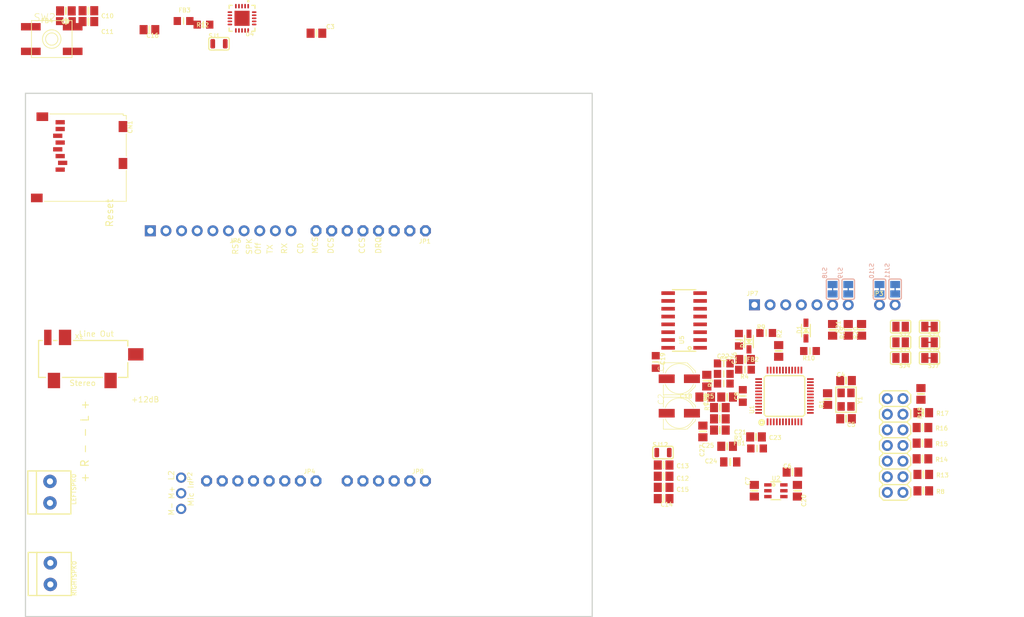
<source format=kicad_pcb>
(kicad_pcb (version 20211014) (generator pcbnew)

  (general
    (thickness 1.6)
  )

  (paper "A4")
  (layers
    (0 "F.Cu" signal)
    (31 "B.Cu" signal)
    (32 "B.Adhes" user "B.Adhesive")
    (33 "F.Adhes" user "F.Adhesive")
    (34 "B.Paste" user)
    (35 "F.Paste" user)
    (36 "B.SilkS" user "B.Silkscreen")
    (37 "F.SilkS" user "F.Silkscreen")
    (38 "B.Mask" user)
    (39 "F.Mask" user)
    (40 "Dwgs.User" user "User.Drawings")
    (41 "Cmts.User" user "User.Comments")
    (42 "Eco1.User" user "User.Eco1")
    (43 "Eco2.User" user "User.Eco2")
    (44 "Edge.Cuts" user)
    (45 "Margin" user)
    (46 "B.CrtYd" user "B.Courtyard")
    (47 "F.CrtYd" user "F.Courtyard")
    (48 "B.Fab" user)
    (49 "F.Fab" user)
    (50 "User.1" user)
    (51 "User.2" user)
    (52 "User.3" user)
    (53 "User.4" user)
    (54 "User.5" user)
    (55 "User.6" user)
    (56 "User.7" user)
    (57 "User.8" user)
    (58 "User.9" user)
  )

  (setup
    (pad_to_mask_clearance 0)
    (pcbplotparams
      (layerselection 0x00010fc_ffffffff)
      (disableapertmacros false)
      (usegerberextensions false)
      (usegerberattributes true)
      (usegerberadvancedattributes true)
      (creategerberjobfile true)
      (svguseinch false)
      (svgprecision 6)
      (excludeedgelayer true)
      (plotframeref false)
      (viasonmask false)
      (mode 1)
      (useauxorigin false)
      (hpglpennumber 1)
      (hpglpenspeed 20)
      (hpglpendiameter 15.000000)
      (dxfpolygonmode true)
      (dxfimperialunits true)
      (dxfusepcbnewfont true)
      (psnegative false)
      (psa4output false)
      (plotreference true)
      (plotvalue true)
      (plotinvisibletext false)
      (sketchpadsonfab false)
      (subtractmaskfromsilk false)
      (outputformat 1)
      (mirror false)
      (drillshape 1)
      (scaleselection 1)
      (outputdirectory "")
    )
  )

  (net 0 "")
  (net 1 "1.8V")
  (net 2 "3.3V")
  (net 3 "GND")
  (net 4 "AVDD")
  (net 5 "AGND")
  (net 6 "N$1")
  (net 7 "N$2")
  (net 8 "GPIO5")
  (net 9 "GPIO0")
  (net 10 "GPIO1")
  (net 11 "GPIO4")
  (net 12 "GPIO2")
  (net 13 "GPIO3")
  (net 14 "GPIO6")
  (net 15 "GPIO7")
  (net 16 "MISO")
  (net 17 "MOSI_3V")
  (net 18 "SCLK_3V")
  (net 19 "TX")
  (net 20 "RX")
  (net 21 "CS_3V")
  (net 22 "MICP")
  (net 23 "MICN")
  (net 24 "RST_3V")
  (net 25 "DREQ")
  (net 26 "SDCS_3V")
  (net 27 "CLKOUT")
  (net 28 "LEFT")
  (net 29 "RIGHT")
  (net 30 "N$5")
  (net 31 "N$6")
  (net 32 "RIGHT_FILTERED")
  (net 33 "LEFT_FILTERED")
  (net 34 "MOSI_5V")
  (net 35 "CS_5V")
  (net 36 "SDCS_5V")
  (net 37 "XDCS_3V")
  (net 38 "XDCS_5V")
  (net 39 "RST_5V")
  (net 40 "SCLK_5V")
  (net 41 "SD_DETECT")
  (net 42 "RX_5V")
  (net 43 "R_LINEOUT")
  (net 44 "L_LINEOUT")
  (net 45 "LINE2")
  (net 46 "N$13")
  (net 47 "N$17")
  (net 48 "~{RESET}")
  (net 49 "N$19")
  (net 50 "N$20")
  (net 51 "N$3")
  (net 52 "N$4")
  (net 53 "N$7")
  (net 54 "N$25")
  (net 55 "N$28")
  (net 56 "N$29")
  (net 57 "N$30")
  (net 58 "N$36")
  (net 59 "N$37")
  (net 60 "N$38")
  (net 61 "N$39")
  (net 62 "N$40")
  (net 63 "N$41")
  (net 64 "+5V")
  (net 65 "GAIN0")
  (net 66 "SHUTDOWN")
  (net 67 "OUT-L-N")
  (net 68 "OUT-L-P")
  (net 69 "OUT-R-N")
  (net 70 "OUT-R-P")
  (net 71 "N$8")
  (net 72 "N$9")
  (net 73 "N$10")
  (net 74 "N$11")
  (net 75 "N$14")
  (net 76 "N$12")
  (net 77 "N$15")
  (net 78 "N$16")
  (net 79 "N$21")
  (net 80 "D13")
  (net 81 "D11")
  (net 82 "D12")
  (net 83 "D10")
  (net 84 "D9")
  (net 85 "D8")
  (net 86 "N$18")
  (net 87 "N$22")
  (net 88 "N$23")
  (net 89 "N$24")
  (net 90 "N$26")
  (net 91 "N$27")
  (net 92 "N$31")
  (net 93 "GBUF")

  (footprint "Qplayer unplaced unrouted original size:0805-NO" (layer "F.Cu") (at 159.996 52.580895 180))

  (footprint "Qplayer unplaced unrouted original size:1X07_ROUND_70" (layer "F.Cu") (at 238.794 96.716))

  (footprint "Qplayer unplaced unrouted original size:0805_10MGAP" (layer "F.Cu") (at 227.237 122.243 180))

  (footprint "Qplayer unplaced unrouted original size:0805-NO" (layer "F.Cu") (at 246.414 100.78 90))

  (footprint "Qplayer unplaced unrouted original size:PANASONIC_C" (layer "F.Cu") (at 218.965 114.326))

  (footprint "Qplayer unplaced unrouted original size:_0805MP" (layer "F.Cu") (at 215.134 105.994 -90))

  (footprint "Qplayer unplaced unrouted original size:0805-NO" (layer "F.Cu") (at 248.573 100.78 90))

  (footprint "Qplayer unplaced unrouted original size:0805-NO" (layer "F.Cu") (at 238.154 126.926 90))

  (footprint "Qplayer unplaced unrouted original size:0805-NO" (layer "F.Cu") (at 246.054 115.226 180))

  (footprint "Qplayer unplaced unrouted original size:0805-NO" (layer "F.Cu") (at 231.428 118.179))

  (footprint "Qplayer unplaced unrouted original size:1X03-CLEANBIG" (layer "F.Cu") (at 138.0111 127.3336 90))

  (footprint "Qplayer unplaced unrouted original size:SOIC16" (layer "F.Cu") (at 219.744 99.256 90))

  (footprint "Qplayer unplaced unrouted original size:SOLDERJUMPER_REFLOW_NOPASTE" (layer "F.Cu") (at 254.923 102.812 180))

  (footprint "Qplayer unplaced unrouted original size:_0805MP" (layer "F.Cu") (at 229.635 107.253 180))

  (footprint "Qplayer unplaced unrouted original size:0805-NO" (layer "F.Cu") (at 258.606 114.242))

  (footprint "Qplayer unplaced unrouted original size:_0805MP" (layer "F.Cu") (at 231.597 120.053))

  (footprint "Qplayer unplaced unrouted original size:0805-NO" (layer "F.Cu") (at 243.054 112.026 90))

  (footprint "Qplayer unplaced unrouted original size:0805-NO" (layer "F.Cu") (at 237.354 123.888))

  (footprint "Qplayer unplaced unrouted original size:WQFN20" (layer "F.Cu") (at 147.907 50.157895 180))

  (footprint "Qplayer unplaced unrouted original size:_0805MP" (layer "F.Cu") (at 141.638 51.187895 180))

  (footprint "Qplayer unplaced unrouted original size:0805-NO" (layer "F.Cu") (at 216.414 124.577 180))

  (footprint "Qplayer unplaced unrouted original size:0805-NO" (layer "F.Cu") (at 225.554 115.242 180))

  (footprint "Qplayer unplaced unrouted original size:SOD-323" (layer "F.Cu") (at 239.543 100.899 -90))

  (footprint "Qplayer unplaced unrouted original size:SOLDERJUMPER_ARROW_NOPASTE" (layer "F.Cu") (at 144.164 54.289895))

  (footprint "Qplayer unplaced unrouted original size:0805-NO" (layer "F.Cu") (at 258.606 126.942))

  (footprint "Qplayer unplaced unrouted original size:TERMBLOCK_1X2-3.5MM" (layer "F.Cu") (at 116.697 127.107 -90))

  (footprint "Qplayer unplaced unrouted original size:0805-NO" (layer "F.Cu") (at 122.941 50.682895))

  (footprint "Qplayer unplaced unrouted original size:SOD-323" (layer "F.Cu") (at 230.285 102.685 90))

  (footprint "Qplayer unplaced unrouted original size:0805-NO" (layer "F.Cu") (at 231.154 126.926 -90))

  (footprint "Qplayer unplaced unrouted original size:LQFP48" (layer "F.Cu") (at 236.054 111.526 90))

  (footprint "Qplayer unplaced unrouted original size:SOLDERJUMPER_CLOSEDWIRE" (layer "F.Cu") (at 259.622 102.812 180))

  (footprint "Qplayer unplaced unrouted original size:SOLDERJUMPER_REFLOW_NOPASTE" (layer "F.Cu") (at 254.923 105.352 180))

  (footprint "Qplayer unplaced unrouted original size:SOLDERJUMPER_CLOSEDWIRE" (layer "F.Cu") (at 259.622 105.352 180))

  (footprint "Qplayer unplaced unrouted original size:0805-NO" (layer "F.Cu") (at 258.606 124.275))

  (footprint "Qplayer unplaced unrouted original size:SOLDERJUMPER_REFLOW_NOPASTE" (layer "F.Cu") (at 254.923 100.272 180))

  (footprint "Qplayer unplaced unrouted original size:_0805MP" (layer "F.Cu") (at 226.189 109.51))

  (footprint "Qplayer unplaced unrouted original size:0805-NO" (layer "F.Cu") (at 132.861 52.003895 180))

  (footprint "Qplayer unplaced unrouted original size:0805-NO" (layer "F.Cu") (at 258.479 116.655))

  (footprint "Qplayer unplaced unrouted original size:0805-NO" (layer "F.Cu") (at 258.479 121.735))

  (footprint "Qplayer unplaced unrouted original size:CRYSTAL_3.2X2.5" (layer "F.Cu") (at 246.054 112.126 90))

  (footprint "Qplayer unplaced unrouted original size:SOT23-6" (layer "F.Cu") (at 234.654 126.926 -90))

  (footprint "Qplayer unplaced unrouted original size:_0805MP" (layer "F.Cu") (at 228.647 102.389 -90))

  (footprint "Qplayer unplaced unrouted original size:0805-NO" (layer "F.Cu") (at 122.941 48.926895 180))

  (footprint "Qplayer unplaced unrouted original size:_0805MP" (layer "F.Cu") (at 226.189 106.237))

  (footprint "Qplayer unplaced unrouted original size:0805-NO" (layer "F.Cu") (at 119.286 48.950895))

  (footprint "Qplayer unplaced unrouted original size:0805-NO" (layer "F.Cu") (at 223.173 111.702 180))

  (footprint "Qplayer unplaced unrouted original size:4UCONN_19269" (layer "F.Cu") (at 114.8461 105.5116))

  (footprint "Qplayer unplaced unrouted original size:0805-NO" (layer "F.Cu") (at 225.554 113.415))

  (footprint "Qplayer unplaced unrouted original size:0805-NO" (layer "F.Cu") (at 226.729 119.703 180))

  (footprint "Qplayer unplaced unrouted original size:EVQ-Q2" (layer "F.Cu") (at 116.986 53.527895))

  (footprint "Qplayer unplaced unrouted original size:0805-NO" (layer "F.Cu") (at 216.414 128.204 180))

  (footprint "Qplayer unplaced unrouted original size:_0805MP" (layer "F.Cu") (at 233.079 101.288))

  (footprint "Qplayer unplaced unrouted original size:1X10_ROUND70" (layer "F.Cu") (at 144.4371 84.6836))

  (footprint "Qplayer unplaced unrouted original size:0805-NO" (layer "F.Cu") (at 235.111 104.209 90))

  (footprint "Qplayer unplaced unrouted original size:_0805MP" (layer "F.Cu") (at 240.199 104.218))

  (footprint "Qplayer unplaced unrouted original size:0805-NO" (layer "F.Cu") (at 258.479 119.195))

  (footprint "Qplayer unplaced unrouted original size:0805-NO" (layer "F.Cu") (at 216.414 122.75 180))

  (footprint "Qplayer unplaced unrouted original size:0805-NO" (layer "F.Cu") (at 222.792 117.29 -90))

  (footprint "Qplayer unplaced unrouted original size:SOLDERJUMPER_ARROW_NOPASTE" (layer "F.Cu") (at 216.315 120.719))

  (footprint "Qplayer unplaced unrouted original size:0805-NO" (layer "F.Cu") (at 223.427 109.035 -90))

  (footprint "Qplayer unplaced unrouted original size:2X07_ROUND_70MIL" (layer "F.Cu") (at 254.034 119.576 90))

  (footprint "Qplayer unplaced unrouted original size:1X06-CLEANBIG" (layer "F.Cu") (at 171.3611 125.3236 180))

  (footprint "Qplayer unplaced unrouted original size:0805-NO" (layer "F.Cu") (at 243.874 100.78 -90))

  (footprint "Qplayer unplaced unrouted original size:0805-NO" (layer "F.Cu")
    (tedit 0) (tstamp cc47fa2d-46eb-4c46-a3f6-1f6bbf857d65)
    (at 229.65 105.606 180)
    (fp_text reference "C17" (at 2.032 0.127) (layer "F.SilkS")
      (effects (font (size 0.692831 0.692831) (thickness 0.119969)) (justify right))
      (tstamp 82ba62f0-1a97-47d0-b7a8-e89a38d22abc)
    )
    (fp_text value "1µF" (at -1.27 0.635) (layer "F.Fab")
      (effects (font (size 0.776224 0.776224) (thickness 0.036576)) (justify right))
      (tstamp ca064459-3c29-4d6e-97bf-fb0d25767fd9)
    )
    (fp_line (start 0 -0.508) (end 0 0.508) (layer "F.SilkS") (width 0.3048) (tstamp 211a340a-0682-4d03-9ea0-2f2862fe74b9))
    (fp_line (start -0.381 -0.66) (end 0.381 -0.66) (layer "F.Fab") (width 0.1016) (tstamp 5e7a6b97-e0f3-4dd1-aa40-ef9b9ba9bbe1))
    (fp_line (start -0.356 0.66) (end 0.381 0.66) (layer "F.Fab") (width 0.1016) (tstamp 6eba22ea-fc6e-457e-91fb-e3bacb039598))
    (fp_poly (pts
        (xy -1.0922 0.7239)
        (xy -0.3421 0.7239)
      
... [89912 chars truncated]
</source>
